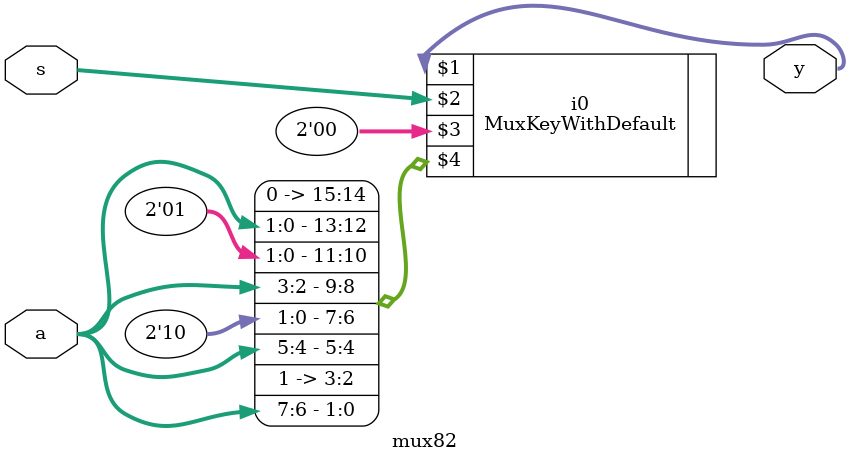
<source format=v>
module mux82(a,s,y);
  input  [7:0] a;
  input  [1:0] s;
  output [1:0] y;
  MuxKeyWithDefault #(4, 2, 2) i0 (y, s, 2'b0, {
    2'b00, a[1:0],
    2'b01, a[3:2],
    2'b10, a[5:4],
    2'b11, a[7:6]
  });
endmodule

</source>
